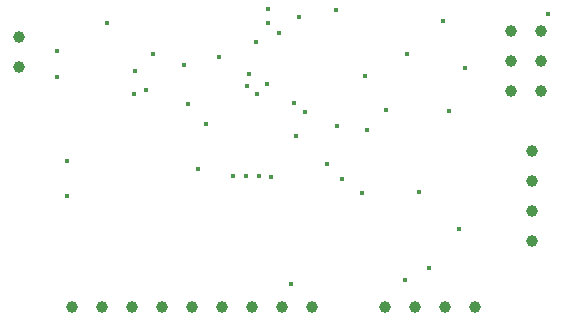
<source format=gbr>
%TF.GenerationSoftware,KiCad,Pcbnew,9.0.4*%
%TF.CreationDate,2025-12-07T17:14:26+03:30*%
%TF.ProjectId,MCU_Data logger003,4d43555f-4461-4746-9120-6c6f67676572,1*%
%TF.SameCoordinates,Original*%
%TF.FileFunction,Plated,1,2,PTH,Drill*%
%TF.FilePolarity,Positive*%
%FSLAX46Y46*%
G04 Gerber Fmt 4.6, Leading zero omitted, Abs format (unit mm)*
G04 Created by KiCad (PCBNEW 9.0.4) date 2025-12-07 17:14:26*
%MOMM*%
%LPD*%
G01*
G04 APERTURE LIST*
%TA.AperFunction,ViaDrill*%
%ADD10C,0.400000*%
%TD*%
%TA.AperFunction,ComponentDrill*%
%ADD11C,1.000000*%
%TD*%
G04 APERTURE END LIST*
D10*
X106578400Y-99428000D03*
X106578400Y-101600000D03*
X107433900Y-108713000D03*
X107433900Y-111683000D03*
X110793900Y-97043000D03*
X113073900Y-103073000D03*
X113173900Y-101093400D03*
X114119781Y-102732207D03*
X114653900Y-99663000D03*
X117273900Y-100653000D03*
X117638900Y-103963400D03*
X118463900Y-109463000D03*
X119188900Y-105603000D03*
X120293900Y-99913000D03*
X121461908Y-109981008D03*
X122573900Y-110003000D03*
X122613900Y-102433000D03*
X122768901Y-101394501D03*
X123366263Y-98708000D03*
X123463900Y-103088000D03*
X123623903Y-110003000D03*
X124353900Y-102233000D03*
X124403900Y-97093000D03*
X124421512Y-95908660D03*
X124671416Y-110075273D03*
X125343900Y-97933001D03*
X126373900Y-119153000D03*
X126623900Y-103823000D03*
X126823900Y-106593000D03*
X127000000Y-96520000D03*
X127563900Y-104613000D03*
X129443900Y-109013000D03*
X130133900Y-95953000D03*
X130285003Y-105809908D03*
X130681908Y-110244992D03*
X132413900Y-111483000D03*
X132627900Y-101593969D03*
X132813900Y-106143000D03*
X134393900Y-104450000D03*
X136023900Y-118813000D03*
X136223900Y-99663000D03*
X137213900Y-111383000D03*
X138003900Y-117773000D03*
X139193900Y-96893000D03*
X139707792Y-104536892D03*
X140623900Y-114503000D03*
X141094258Y-100873358D03*
X148143900Y-96303000D03*
D11*
%TO.C,BT1*%
X103360700Y-98287000D03*
X103360700Y-100827000D03*
%TO.C,J3*%
X107780300Y-121096200D03*
X110320300Y-121096200D03*
X112860300Y-121096200D03*
X115400300Y-121096200D03*
X117940300Y-121096200D03*
X120480300Y-121096200D03*
X123020300Y-121096200D03*
X125560300Y-121096200D03*
X128100300Y-121096200D03*
%TO.C,J2*%
X134348700Y-121147000D03*
X136888700Y-121147000D03*
X139428700Y-121147000D03*
X141968700Y-121147000D03*
%TO.C,J4*%
X145021700Y-97779000D03*
X145021700Y-100319000D03*
X145021700Y-102859000D03*
%TO.C,J1*%
X146773900Y-107903000D03*
X146773900Y-110443000D03*
X146773900Y-112983000D03*
X146773900Y-115523000D03*
%TO.C,J4*%
X147561700Y-97779000D03*
X147561700Y-100319000D03*
X147561700Y-102859000D03*
M02*

</source>
